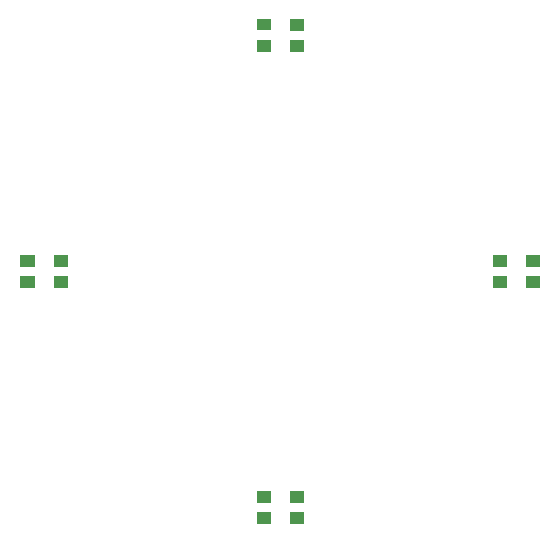
<source format=gbp>
G04 Layer: BottomPasteMaskLayer*
G04 EasyEDA v6.3.53, 2020-07-05T02:03:50+01:00*
G04 82ae3a4b42a8425995a6aefca007ea94,831979d3ac2e4a1db92824a7b243be6d,10*
G04 Gerber Generator version 0.2*
G04 Scale: 100 percent, Rotated: No, Reflected: No *
G04 Dimensions in millimeters *
G04 leading zeros omitted , absolute positions ,3 integer and 3 decimal *
%FSLAX33Y33*%
%MOMM*%
G90*
G71D02*

%ADD13R,1.199998X0.999998*%

%LPD*%
G36*
G01X37999Y52599D02*
G01X39199Y52599D01*
G01X39199Y53599D01*
G01X37999Y53599D01*
G01X37999Y52599D01*
G37*
G36*
G01X40799Y52599D02*
G01X41999Y52599D01*
G01X41999Y53599D01*
G01X40799Y53599D01*
G01X40799Y52599D01*
G37*
G54D13*
G01X41399Y54899D03*
G36*
G01X37999Y54399D02*
G01X39199Y54399D01*
G01X39199Y55399D01*
G01X37999Y55399D01*
G01X37999Y54399D01*
G37*
G36*
G01X17999Y32599D02*
G01X19199Y32599D01*
G01X19199Y33599D01*
G01X17999Y33599D01*
G01X17999Y32599D01*
G37*
G36*
G01X20799Y32599D02*
G01X21999Y32599D01*
G01X21999Y33599D01*
G01X20799Y33599D01*
G01X20799Y32599D01*
G37*
G36*
G01X20799Y34399D02*
G01X21999Y34399D01*
G01X21999Y35399D01*
G01X20799Y35399D01*
G01X20799Y34399D01*
G37*
G36*
G01X17999Y34399D02*
G01X19199Y34399D01*
G01X19199Y35399D01*
G01X17999Y35399D01*
G01X17999Y34399D01*
G37*
G36*
G01X37999Y12599D02*
G01X39199Y12599D01*
G01X39199Y13599D01*
G01X37999Y13599D01*
G01X37999Y12599D01*
G37*
G36*
G01X40799Y12599D02*
G01X41999Y12599D01*
G01X41999Y13599D01*
G01X40799Y13599D01*
G01X40799Y12599D01*
G37*
G36*
G01X40799Y14399D02*
G01X41999Y14399D01*
G01X41999Y15399D01*
G01X40799Y15399D01*
G01X40799Y14399D01*
G37*
G36*
G01X37999Y14399D02*
G01X39199Y14399D01*
G01X39199Y15399D01*
G01X37999Y15399D01*
G01X37999Y14399D01*
G37*
G36*
G01X57999Y32599D02*
G01X59199Y32599D01*
G01X59199Y33599D01*
G01X57999Y33599D01*
G01X57999Y32599D01*
G37*
G36*
G01X60799Y32599D02*
G01X61999Y32599D01*
G01X61999Y33599D01*
G01X60799Y33599D01*
G01X60799Y32599D01*
G37*
G36*
G01X60799Y34399D02*
G01X61999Y34399D01*
G01X61999Y35399D01*
G01X60799Y35399D01*
G01X60799Y34399D01*
G37*
G36*
G01X57999Y34399D02*
G01X59199Y34399D01*
G01X59199Y35399D01*
G01X57999Y35399D01*
G01X57999Y34399D01*
G37*
M00*
M02*

</source>
